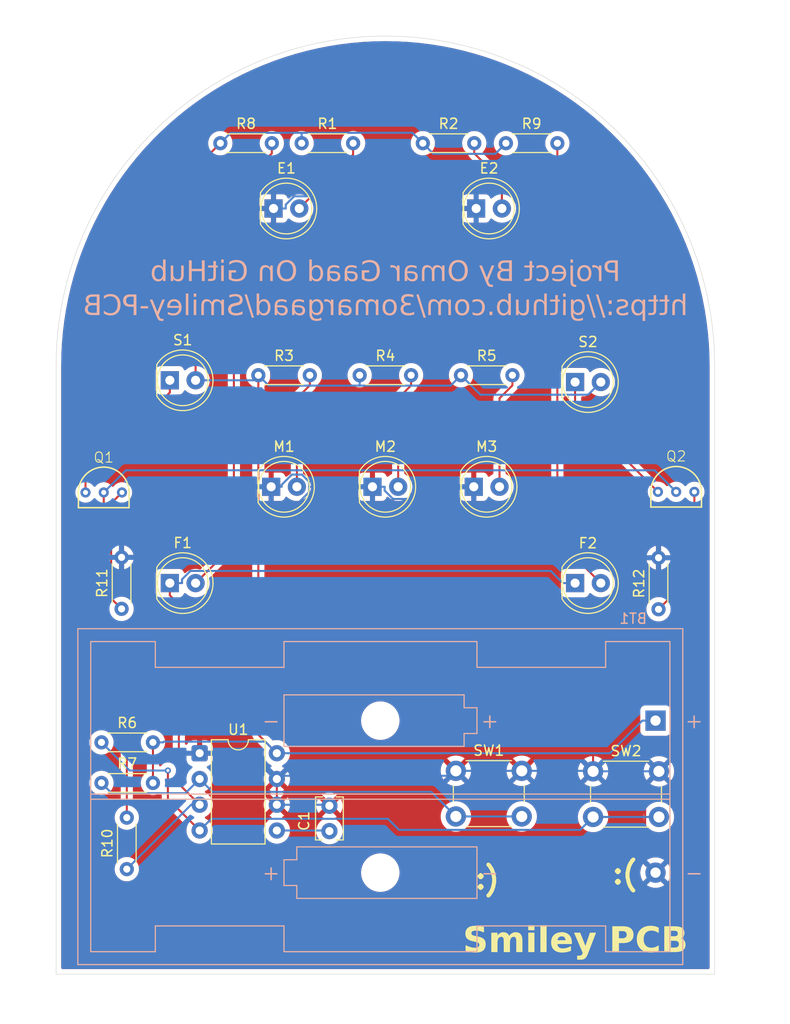
<source format=kicad_pcb>
(kicad_pcb (version 20241229) (generator "pcbnew") (generator_version "9.0")
  (layers (0 "F.Cu" signal) (2 "B.Cu" signal) (13 "F.Paste" user) (15 "B.Paste" user) (5 "F.SilkS" user "F.Silkscreen") (7 "B.SilkS" user "B.Silkscreen") (1 "F.Mask" user) (3 "B.Mask" user) (25 "Edge.Cuts" user))
  (net 0 "")
  (net 1 "/VCC")
  (net 2 "/GND")
  (net 3 "Net-(U1-CV)")
  (net 4 "Net-(E1-A)")
  (net 5 "Net-(E2-A)")
  (net 6 "Net-(F1-A)")
  (net 7 "/Q")
  (net 8 "Net-(F2-A)")
  (net 9 "Net-(M1-A)")
  (net 10 "Net-(M2-A)")
  (net 11 "Net-(M3-A)")
  (net 12 "Net-(Q1-E)")
  (net 13 "Net-(Q1-C)")
  (net 14 "/¬Q")
  (net 15 "Net-(Q2-C)")
  (net 16 "Net-(Q2-E)")
  (net 17 "/RESET")
  (net 18 "/SET")
  (footprint "Resistor_THT:R_Axial_DIN0204_L3.6mm_D1.6mm_P5.08mm_Horizontal" (layer "F.Cu") (at 117.0156 120.2047)
    (property "Reference" "R7" (at 2.54 -1.92 0) (layer "F.SilkS"))
    (property "Value" "10kΩ")
    (fp_line (start 0.62 -0.92) (end 4.46 -0.92) (stroke (width 0.12)) (layer "F.SilkS"))
    (fp_line (start 0.62 0.92) (end 4.46 0.92) (stroke (width 0.12)) (layer "F.SilkS"))
    (pad "1" thru_hole circle (at 0 0) (size 1.4 1.4) (drill 0.7) (layers "*.Cu" "*.Mask") (net 18 "/SET"))
    (pad "2" thru_hole oval (at 5.08 0) (size 1.4 1.4) (drill 0.7) (layers "*.Cu" "*.Mask") (net 1 "/VCC"))
  )
  (footprint "Resistor_THT:R_Axial_DIN0204_L3.6mm_D1.6mm_P5.08mm_Horizontal" (layer "F.Cu") (at 132.5 80)
    (property "Reference" "R3" (at 2.54 -1.92 0) (layer "F.SilkS"))
    (property "Value" "330Ω")
    (fp_line (start 0.62 -0.92) (end 4.46 -0.92) (stroke (width 0.12)) (layer "F.SilkS"))
    (fp_line (start 0.62 0.92) (end 4.46 0.92) (stroke (width 0.12)) (layer "F.SilkS"))
    (pad "1" thru_hole circle (at 0 0) (size 1.4 1.4) (drill 0.7) (layers "*.Cu" "*.Mask") (net 1 "/VCC"))
    (pad "2" thru_hole oval (at 5.08 0) (size 1.4 1.4) (drill 0.7) (layers "*.Cu" "*.Mask") (net 9 "Net-(M1-A)"))
  )
  (footprint "LED_THT:LED_D5.0mm" (layer "F.Cu") (at 123.765 80.5)
    (property "Reference" "S1" (at 1.27 -3.96 0) (layer "F.SilkS"))
    (property "Value" "LED")
    (fp_line (start -1.29 -1.545) (end -1.29 1.545) (stroke (width 0.12)) (layer "F.SilkS"))
    (fp_arc (start -1.29 -1.54483) (mid 2.071756 -2.880501) (end 4.26 -0.000048) (stroke (width 0.12)) (layer "F.SilkS"))
    (fp_arc (start 4.26 0.000048) (mid 2.071756 2.880501) (end -1.29 1.54483) (stroke (width 0.12)) (layer "F.SilkS"))
    (fp_circle (center 1.27 0) (end 3.77 0) (stroke (width 0.12)) (fill no) (layer "F.SilkS"))
    (pad "1" thru_hole rect (at 0 0) (size 1.8 1.8) (drill 0.9) (layers "*.Cu" "*.Mask") (net 13 "Net-(Q1-C)"))
    (pad "2" thru_hole circle (at 2.54 0) (size 1.8 1.8) (drill 0.9) (layers "*.Cu" "*.Mask") (net 1 "/VCC"))
  )
  (footprint "Resistor_THT:R_Axial_DIN0204_L3.6mm_D1.6mm_P5.08mm_Horizontal" (layer "F.Cu") (at 152.5 80)
    (property "Reference" "R5" (at 2.54 -1.92 0) (layer "F.SilkS"))
    (property "Value" "330Ω")
    (fp_line (start 0.62 -0.92) (end 4.46 -0.92) (stroke (width 0.12)) (layer "F.SilkS"))
    (fp_line (start 0.62 0.92) (end 4.46 0.92) (stroke (width 0.12)) (layer "F.SilkS"))
    (pad "1" thru_hole circle (at 0 0) (size 1.4 1.4) (drill 0.7) (layers "*.Cu" "*.Mask") (net 1 "/VCC"))
    (pad "2" thru_hole oval (at 5.08 0) (size 1.4 1.4) (drill 0.7) (layers "*.Cu" "*.Mask") (net 11 "Net-(M3-A)"))
  )
  (footprint "Capacitor_THT:C_Rect_L4.0mm_W2.5mm_P2.50mm" (layer "F.Cu") (at 139.5156 124.9547 90)
    (property "Reference" "C1" (at 1 -2.5 90) (layer "F.SilkS"))
    (property "Value" "22nF")
    (fp_line (start 3.37 -1.37) (end 3.37 -0.665) (stroke (width 0.12)) (layer "F.SilkS"))
    (fp_line (start -0.87 -1.37) (end 3.37 -1.37) (stroke (width 0.12)) (layer "F.SilkS"))
    (fp_line (start -0.87 -1.37) (end -0.87 -0.665) (stroke (width 0.12)) (layer "F.SilkS"))
    (fp_line (start 3.37 0.665) (end 3.37 1.37) (stroke (width 0.12)) (layer "F.SilkS"))
    (fp_line (start -0.87 0.665) (end -0.87 1.37) (stroke (width 0.12)) (layer "F.SilkS"))
    (fp_line (start -0.87 1.37) (end 3.37 1.37) (stroke (width 0.12)) (layer "F.SilkS"))
    (pad "1" thru_hole circle (at 0 0 90) (size 1.6 1.6) (drill 0.8) (layers "*.Cu" "*.Mask") (net 3 "Net-(U1-CV)"))
    (pad "2" thru_hole circle (at 2.5 0 90) (size 1.6 1.6) (drill 0.8) (layers "*.Cu" "*.Mask") (net 2 "/GND"))
  )
  (footprint "Resistor_THT:R_Axial_DIN0204_L3.6mm_D1.6mm_P5.08mm_Horizontal" (layer "F.Cu") (at 142.5 80)
    (property "Reference" "R4" (at 2.54 -1.92 0) (layer "F.SilkS"))
    (property "Value" "330Ω")
    (fp_line (start 0.62 -0.92) (end 4.46 -0.92) (stroke (width 0.12)) (layer "F.SilkS"))
    (fp_line (start 0.62 0.92) (end 4.46 0.92) (stroke (width 0.12)) (layer "F.SilkS"))
    (pad "1" thru_hole circle (at 0 0) (size 1.4 1.4) (drill 0.7) (layers "*.Cu" "*.Mask") (net 1 "/VCC"))
    (pad "2" thru_hole oval (at 5.08 0) (size 1.4 1.4) (drill 0.7) (layers "*.Cu" "*.Mask") (net 10 "Net-(M2-A)"))
  )
  (footprint "Package_DIP:DIP-8_W7.62mm" (layer "F.Cu") (at 126.7056 117.2747)
    (property "Reference" "U1" (at 3.81 -2.33 0) (layer "F.SilkS"))
    (property "Value" "NE555P")
    (fp_line (start 1.16 -1.33) (end 1.16 8.95) (stroke (width 0.12)) (layer "F.SilkS"))
    (fp_line (start 1.16 8.95) (end 6.46 8.95) (stroke (width 0.12)) (layer "F.SilkS"))
    (fp_line (start 2.81 -1.33) (end 1.16 -1.33) (stroke (width 0.12)) (layer "F.SilkS"))
    (fp_line (start 6.46 -1.33) (end 4.81 -1.33) (stroke (width 0.12)) (layer "F.SilkS"))
    (fp_line (start 6.46 8.95) (end 6.46 -1.33) (stroke (width 0.12)) (layer "F.SilkS"))
    (fp_arc (start 4.81 -1.33) (mid 3.81 -0.33) (end 2.81 -1.33) (stroke (width 0.12)) (layer "F.SilkS"))
    (pad "1" thru_hole roundrect (at 0 0) (size 1.6 1.6) (drill 0.8) (layers "*.Cu" "*.Mask") (roundrect_rratio 0.15625) (net 2 "/GND"))
    (pad "2" thru_hole circle (at 0 2.54) (size 1.6 1.6) (drill 0.8) (layers "*.Cu" "*.Mask") (net 18 "/SET"))
    (pad "3" thru_hole circle (at 0 5.08) (size 1.6 1.6) (drill 0.8) (layers "*.Cu" "*.Mask") (net 7 "/Q"))
    (pad "4" thru_hole circle (at 0 7.62) (size 1.6 1.6) (drill 0.8) (layers "*.Cu" "*.Mask") (net 17 "/RESET"))
    (pad "5" thru_hole circle (at 7.62 7.62) (size 1.6 1.6) (drill 0.8) (layers "*.Cu" "*.Mask") (net 3 "Net-(U1-CV)"))
    (pad "6" thru_hole circle (at 7.62 5.08) (size 1.6 1.6) (drill 0.8) (layers "*.Cu" "*.Mask") (net 2 "/GND"))
    (pad "7" thru_hole circle (at 7.62 2.54) (size 1.6 1.6) (drill 0.8) (layers "*.Cu" "*.Mask") (net 2 "/GND"))
    (pad "8" thru_hole circle (at 7.62 0) (size 1.6 1.6) (drill 0.8) (layers "*.Cu" "*.Mask") (net 1 "/VCC"))
  )
  (footprint "LED_THT:LED_D5.0mm" (layer "F.Cu") (at 123.765 100.5)
    (property "Reference" "F1" (at 1.27 -3.96 0) (layer "F.SilkS"))
    (property "Value" "LED")
    (fp_line (start -1.29 -1.545) (end -1.29 1.545) (stroke (width 0.12)) (layer "F.SilkS"))
    (fp_arc (start -1.29 -1.54483) (mid 2.071756 -2.880501) (end 4.26 -0.000048) (stroke (width 0.12)) (layer "F.SilkS"))
    (fp_arc (start 4.26 0.000048) (mid 2.071756 2.880501) (end -1.29 1.54483) (stroke (width 0.12)) (layer "F.SilkS"))
    (fp_circle (center 1.27 0) (end 3.77 0) (stroke (width 0.12)) (fill no) (layer "F.SilkS"))
    (pad "1" thru_hole rect (at 0 0) (size 1.8 1.8) (drill 0.9) (layers "*.Cu" "*.Mask") (net 7 "/Q"))
    (pad "2" thru_hole circle (at 2.54 0) (size 1.8 1.8) (drill 0.9) (layers "*.Cu" "*.Mask") (net 6 "Net-(F1-A)"))
  )
  (footprint "LED_THT:LED_D5.0mm" (layer "F.Cu") (at 163.765 80.675)
    (property "Reference" "S2" (at 1.27 -3.96 0) (layer "F.SilkS"))
    (property "Value" "LED")
    (fp_line (start -1.29 -1.545) (end -1.29 1.545) (stroke (width 0.12)) (layer "F.SilkS"))
    (fp_arc (start -1.29 -1.54483) (mid 2.071756 -2.880501) (end 4.26 -0.000048) (stroke (width 0.12)) (layer "F.SilkS"))
    (fp_arc (start 4.26 0.000048) (mid 2.071756 2.880501) (end -1.29 1.54483) (stroke (width 0.12)) (layer "F.SilkS"))
    (fp_circle (center 1.27 0) (end 3.77 0) (stroke (width 0.12)) (fill no) (layer "F.SilkS"))
    (pad "1" thru_hole rect (at 0 0) (size 1.8 1.8) (drill 0.9) (layers "*.Cu" "*.Mask") (net 15 "Net-(Q2-C)"))
    (pad "2" thru_hole circle (at 2.54 0) (size 1.8 1.8) (drill 0.9) (layers "*.Cu" "*.Mask") (net 1 "/VCC"))
  )
  (footprint "LED_THT:LED_D5.0mm" (layer "F.Cu") (at 134 63.5603)
    (property "Reference" "E1" (at 1.27 -3.96 0) (layer "F.SilkS"))
    (property "Value" "LED")
    (fp_line (start -1.29 -1.545) (end -1.29 1.545) (stroke (width 0.12)) (layer "F.SilkS"))
    (fp_arc (start -1.29 -1.54483) (mid 2.071756 -2.880501) (end 4.26 -0.000048) (stroke (width 0.12)) (layer "F.SilkS"))
    (fp_arc (start 4.26 0.000048) (mid 2.071756 2.880501) (end -1.29 1.54483) (stroke (width 0.12)) (layer "F.SilkS"))
    (fp_circle (center 1.27 0) (end 3.77 0) (stroke (width 0.12)) (fill no) (layer "F.SilkS"))
    (pad "1" thru_hole rect (at 0 0) (size 1.8 1.8) (drill 0.9) (layers "*.Cu" "*.Mask") (net 2 "/GND"))
    (pad "2" thru_hole circle (at 2.54 0) (size 1.8 1.8) (drill 0.9) (layers "*.Cu" "*.Mask") (net 4 "Net-(E1-A)"))
  )
  (footprint "Resistor_THT:R_Axial_DIN0204_L3.6mm_D1.6mm_P5.08mm_Horizontal" (layer "F.Cu") (at 119 103.04 90)
    (property "Reference" "R11" (at 2.54 -1.92 90) (layer "F.SilkS"))
    (property "Value" "330Ω")
    (fp_line (start 0.62 -0.92) (end 4.46 -0.92) (stroke (width 0.12)) (layer "F.SilkS"))
    (fp_line (start 0.62 0.92) (end 4.46 0.92) (stroke (width 0.12)) (layer "F.SilkS"))
    (pad "1" thru_hole circle (at 0 0 90) (size 1.4 1.4) (drill 0.7) (layers "*.Cu" "*.Mask") (net 12 "Net-(Q1-E)"))
    (pad "2" thru_hole oval (at 5.08 0 90) (size 1.4 1.4) (drill 0.7) (layers "*.Cu" "*.Mask") (net 2 "/GND"))
  )
  (footprint "LED_THT:LED_D5.0mm" (layer "F.Cu") (at 154 63.5603)
    (property "Reference" "E2" (at 1.27 -3.96 0) (layer "F.SilkS"))
    (property "Value" "LED")
    (fp_line (start -1.29 -1.545) (end -1.29 1.545) (stroke (width 0.12)) (layer "F.SilkS"))
    (fp_arc (start -1.29 -1.54483) (mid 2.071756 -2.880501) (end 4.26 -0.000048) (stroke (width 0.12)) (layer "F.SilkS"))
    (fp_arc (start 4.26 0.000048) (mid 2.071756 2.880501) (end -1.29 1.54483) (stroke (width 0.12)) (layer "F.SilkS"))
    (fp_circle (center 1.27 0) (end 3.77 0) (stroke (width 0.12)) (fill no) (layer "F.SilkS"))
    (pad "1" thru_hole rect (at 0 0) (size 1.8 1.8) (drill 0.9) (layers "*.Cu" "*.Mask") (net 2 "/GND"))
    (pad "2" thru_hole circle (at 2.54 0) (size 1.8 1.8) (drill 0.9) (layers "*.Cu" "*.Mask") (net 5 "Net-(E2-A)"))
  )
  (footprint "Resistor_THT:R_Axial_DIN0204_L3.6mm_D1.6mm_P5.08mm_Horizontal" (layer "F.Cu") (at 156.935 57.1206)
    (property "Reference" "R9" (at 2.54 -1.92 0) (layer "F.SilkS"))
    (property "Value" "330Ω")
    (fp_line (start 0.62 -0.92) (end 4.46 -0.92) (stroke (width 0.12)) (layer "F.SilkS"))
    (fp_line (start 0.62 0.92) (end 4.46 0.92) (stroke (width 0.12)) (layer "F.SilkS"))
    (pad "1" thru_hole circle (at 0 0) (size 1.4 1.4) (drill 0.7) (layers "*.Cu" "*.Mask") (net 1 "/VCC"))
    (pad "2" thru_hole oval (at 5.08 0) (size 1.4 1.4) (drill 0.7) (layers "*.Cu" "*.Mask") (net 8 "Net-(F2-A)"))
  )
  (footprint "Resistor_THT:R_Axial_DIN0204_L3.6mm_D1.6mm_P5.08mm_Horizontal" (layer "F.Cu") (at 128.75 57.1206)
    (property "Reference" "R8" (at 2.54 -1.92 0) (layer "F.SilkS"))
    (property "Value" "330Ω")
    (fp_line (start 0.62 -0.92) (end 4.46 -0.92) (stroke (width 0.12)) (layer "F.SilkS"))
    (fp_line (start 0.62 0.92) (end 4.46 0.92) (stroke (width 0.12)) (layer "F.SilkS"))
    (pad "1" thru_hole circle (at 0 0) (size 1.4 1.4) (drill 0.7) (layers "*.Cu" "*.Mask") (net 1 "/VCC"))
    (pad "2" thru_hole oval (at 5.08 0) (size 1.4 1.4) (drill 0.7) (layers "*.Cu" "*.Mask") (net 6 "Net-(F1-A)"))
  )
  (footprint "Resistor_THT:R_Axial_DIN0204_L3.6mm_D1.6mm_P5.08mm_Horizontal" (layer "F.Cu") (at 172 103.08 90)
    (property "Reference" "R12" (at 2.54 -1.92 90) (layer "F.SilkS"))
    (property "Value" "330Ω")
    (fp_line (start 0.62 -0.92) (end 4.46 -0.92) (stroke (width 0.12)) (layer "F.SilkS"))
    (fp_line (start 0.62 0.92) (end 4.46 0.92) (stroke (width 0.12)) (layer "F.SilkS"))
    (pad "1" thru_hole circle (at 0 0 90) (size 1.4 1.4) (drill 0.7) (layers "*.Cu" "*.Mask") (net 16 "Net-(Q2-E)"))
    (pad "2" thru_hole oval (at 5.08 0 90) (size 1.4 1.4) (drill 0.7) (layers "*.Cu" "*.Mask") (net 2 "/GND"))
  )
  (footprint "Resistor_THT:R_Axial_DIN0204_L3.6mm_D1.6mm_P5.08mm_Horizontal" (layer "F.Cu") (at 117.0156 116.2047)
    (property "Reference" "R6" (at 2.54 -1.92 0) (layer "F.SilkS"))
    (property "Value" "10kΩ")
    (fp_line (start 0.62 -0.92) (end 4.46 -0.92) (stroke (width 0.12)) (layer "F.SilkS"))
    (fp_line (start 0.62 0.92) (end 4.46 0.92) (stroke (width 0.12)) (layer "F.SilkS"))
    (pad "1" thru_hole circle (at 0 0) (size 1.4 1.4) (drill 0.7) (layers "*.Cu" "*.Mask") (net 17 "/RESET"))
    (pad "2" thru_hole oval (at 5.08 0) (size 1.4 1.4) (drill 0.7) (layers "*.Cu" "*.Mask") (net 1 "/VCC"))
  )
  (footprint "Resistor_THT:R_Axial_DIN0204_L3.6mm_D1.6mm_P5.08mm_Horizontal" (layer "F.Cu") (at 136.775 57.1206)
    (property "Reference" "R1" (at 2.54 -1.92 0) (layer "F.SilkS"))
    (property "Value" "330Ω")
    (fp_line (start 0.62 -0.92) (end 4.46 -0.92) (stroke (width 0.12)) (layer "F.SilkS"))
    (fp_line (start 0.62 0.92) (end 4.46 0.92) (stroke (width 0.12)) (layer "F.SilkS"))
    (pad "1" thru_hole circle (at 0 0) (size 1.4 1.4) (drill 0.7) (layers "*.Cu" "*.Mask") (net 1 "/VCC"))
    (pad "2" thru_hole oval (at 5.08 0) (size 1.4 1.4) (drill 0.7) (layers "*.Cu" "*.Mask") (net 4 "Net-(E1-A)"))
  )
  (footprint "LED_THT:LED_D5.0mm" (layer "F.Cu") (at 143.765 91)
    (property "Reference" "M2" (at 1.27 -3.96 0) (layer "F.SilkS"))
    (property "Value" "LED")
    (fp_line (start -1.29 -1.545) (end -1.29 1.545) (stroke (width 0.12)) (layer "F.SilkS"))
    (fp_arc (start -1.29 -1.54483) (mid 2.071756 -2.880501) (end 4.26 -0.000048) (stroke (width 0.12)) (layer "F.SilkS"))
    (fp_arc (start 4.26 0.000048) (mid 2.071756 2.880501) (end -1.29 1.54483) (stroke (width 0.12)) (layer "F.SilkS"))
    (fp_circle (center 1.27 0) (end 3.77 0) (stroke (width 0.12)) (fill no) (layer "F.SilkS"))
    (pad "1" thru_hole rect (at 0 0) (size 1.8 1.8) (drill 0.9) (layers "*.Cu" "*.Mask") (net 2 "/GND"))
    (pad "2" thru_hole circle (at 2.54 0) (size 1.8 1.8) (drill 0.9) (layers "*.Cu" "*.Mask") (net 10 "Net-(M2-A)"))
  )
  (footprint "Resistor_THT:R_Axial_DIN0204_L3.6mm_D1.6mm_P5.08mm_Horizontal" (layer "F.Cu") (at 119.5156 128.7047 90)
    (property "Reference" "R10" (at 2.54 -1.92 90) (layer "F.SilkS"))
    (property "Value" "1kΩ")
    (fp_line (start 0.62 -0.92) (end 4.46 -0.92) (stroke (width 0.12)) (layer "F.SilkS"))
    (fp_line (start 0.62 0.92) (end 4.46 0.92) (stroke (width 0.12)) (layer "F.SilkS"))
    (pad "1" thru_hole circle (at 0 0 90) (size 1.4 1.4) (drill 0.7) (layers "*.Cu" "*.Mask") (net 7 "/Q"))
    (pad "2" thru_hole oval (at 5.08 0 90) (size 1.4 1.4) (drill 0.7) (layers "*.Cu" "*.Mask") (net 14 "/¬Q"))
  )
  (footprint "Transistor_THT:Transistor_2N2222_A331" (layer "F.Cu") (at 173.74 91.5)
    (property "Reference" "Q2" (at 0 -3.5 0) (layer "F.SilkS") (effects (font (thickness 0.1))))
    (property "Value" "NPN")
    (fp_line (start -2.5 0) (end -2.5 1.5) (stroke (width 0.15)) (layer "F.SilkS"))
    (fp_line (start -2.5 1.5) (end 2.5 1.5) (stroke (width 0.15)) (layer "F.SilkS"))
    (fp_line (start 2.5 1.5) (end 2.5 0) (stroke (width 0.15)) (layer "F.SilkS"))
    (fp_arc (start -2.5 0) (mid 0 -2.5) (end 2.5 0) (stroke (width 0.15)) (layer "F.SilkS"))
    (pad "1" thru_hole custom (at -1.8 0) (size 1 1) (drill 0.5) (layers "*.Cu" "*.Mask") (net 15 "Net-(Q2-C)") (options (clearance outline) (anchor circle)) (primitives))
    (pad "2" thru_hole custom (at 0 0) (size 1 1) (drill 0.5) (layers "*.Cu" "*.Mask") (net 14 "/¬Q") (options (clearance outline) (anchor circle)) (primitives))
    (pad "3" thru_hole custom (at 1.8 0) (size 1 1) (drill 0.5) (layers "*.Cu" "*.Mask") (net 16 "Net-(Q2-E)") (options (clearance outline) (anchor circle)) (primitives))
  )
  (footprint "Button_Switch_THT:SW_PUSH_6mm" (layer "F.Cu") (at 165.54 119.0603)
    (property "Reference" "SW2" (at 3.25 -2 0) (layer "F.SilkS"))
    (property "Value" "RESET")
    (fp_line (start -0.25 1.5) (end -0.25 3) (stroke (width 0.12)) (layer "F.SilkS"))
    (fp_line (start 1 5.5) (end 5.5 5.5) (stroke (width 0.12)) (layer "F.SilkS"))
    (fp_line (start 5.5 -1) (end 1 -1) (stroke (width 0.12)) (layer "F.SilkS"))
    (fp_line (start 6.75 3) (end 6.75 1.5) (stroke (width 0.12)) (layer "F.SilkS"))
    (pad "1" thru_hole circle (at 0 0 90) (size 2 2) (drill 1.1) (layers "*.Cu" "*.Mask") (net 2 "/GND"))
    (pad "1" thru_hole circle (at 6.5 0 90) (size 2 2) (drill 1.1) (layers "*.Cu" "*.Mask") (net 2 "/GND"))
    (pad "2" thru_hole circle (at 0 4.5 90) (size 2 2) (drill 1.1) (layers "*.Cu" "*.Mask") (net 17 "/RESET"))
    (pad "2" thru_hole circle (at 6.5 4.5 90) (size 2 2) (drill 1.1) (layers "*.Cu" "*.Mask") (net 17 "/RESET"))
  )
  (footprint "Transistor_THT:Transistor_2N2222_A331" (layer "F.Cu") (at 117.24 91.5603)
    (property "Reference" "Q1" (at 0 -3.45 0) (layer "F.SilkS") (effects (font (thickness 0.1))))
    (property "Value" "NPN")
    (fp_line (start -2.5 0) (end -2.5 1.5) (stroke (width 0.15)) (layer "F.SilkS"))
    (fp_line (start -2.5 1.5) (end 2.5 1.5) (stroke (width 0.15)) (layer "F.SilkS"))
    (fp_line (start 2.5 1.5) (end 2.5 0) (stroke (width 0.15)) (layer "F.SilkS"))
    (fp_arc (start -2.5 0) (mid 0 -2.5) (end 2.5 0) (stroke (width 0.15)) (layer "F.SilkS"))
    (pad "1" thru_hole custom (at -1.8 0) (size 1 1) (drill 0.5) (layers "*.Cu" "*.Mask") (net 13 "Net-(Q1-C)") (options (clearance outline) (anchor circle)) (primitives))
    (pad "2" thru_hole custom (at 0 0) (size 1 1) (drill 0.5) (layers "*.Cu" "*.Mask") (net 14 "/¬Q") (options (clearance outline) (anchor circle)) (primitives))
    (pad "3" thru_hole custom (at 1.8 0) (size 1 1) (drill 0.5) (layers "*.Cu" "*.Mask") (net 12 "Net-(Q1-E)") (options (clearance outline) (anchor circle)) (primitives))
  )
  (footprint "Button_Switch_THT:SW_PUSH_6mm" (layer "F.Cu") (at 151.9972 119.0103)
    (property "Reference" "SW1" (at 3.25 -2 0) (layer "F.SilkS"))
    (property "Value" "SET")
    (fp_line (start -0.25 1.5) (end -0.25 3) (stroke (width 0.12)) (layer "F.SilkS"))
    (fp_line (start 1 5.5) (end 5.5 5.5) (stroke (width 0.12)) (layer "F.SilkS"))
    (fp_line (start 5.5 -1) (end 1 -1) (stroke (width 0.12)) (layer "F.SilkS"))
    (fp_line (start 6.75 3) (end 6.75 1.5) (stroke (width 0.12)) (layer "F.SilkS"))
    (pad "1" thru_hole circle (at 0 0 90) (size 2 2) (drill 1.1) (layers "*.Cu" "*.Mask") (net 2 "/GND"))
    (pad "1" thru_hole circle (at 6.5 0 90) (size 2 2) (drill 1.1) (layers "*.Cu" "*.Mask") (net 2 "/GND"))
    (pad "2" thru_hole circle (at 0 4.5 90) (size 2 2) (drill 1.1) (layers "*.Cu" "*.Mask") (net 18 "/SET"))
    (pad "2" thru_hole circle (at 6.5 4.5 90) (size 2 2) (drill 1.1) (layers "*.Cu" "*.Mask") (net 18 "/SET"))
  )
  (footprint "LED_THT:LED_D5.0mm" (layer "F.Cu") (at 163.765 100.5)
    (property "Reference" "F2" (at 1.2636 -3.9397 0) (layer "F.SilkS"))
    (property "Value" "LED")
    (fp_line (start -1.29 -1.545) (end -1.29 1.545) (stroke (width 0.12)) (layer "F.SilkS"))
    (fp_arc (start -1.29 -1.54483) (mid 2.071756 -2.880501) (end 4.26 -0.000048) (stroke (width 0.12)) (layer "F.SilkS"))
    (fp_arc (start 4.26 0.000048) (mid 2.071756 2.880501) (end -1.29 1.54483) (stroke (width 0.12)) (layer "F.SilkS"))
    (fp_circle (center 1.27 0) (end 3.77 0) (stroke (width 0.12)) (fill no) (layer "F.SilkS"))
    (pad "1" thru_hole rect (at 0 0) (size 1.8 1.8) (drill 0.9) (layers "*.Cu" "*.Mask") (net 7 "/Q"))
    (pad "2" thru_hole circle (at 2.54 0) (size 1.8 1.8) (drill 0.9) (layers "*.Cu" "*.Mask") (net 8 "Net-(F2-A)"))
  )
  (footprint "Resistor_THT:R_Axial_DIN0204_L3.6mm_D1.6mm_P5.08mm_Horizontal" (layer "F.Cu") (at 148.735 57.1206)
    (property "Reference" "R2" (at 2.54 -1.92 0) (layer "F.SilkS"))
    (property "Value" "330Ω")
    (fp_line (start 0.62 -0.92) (end 4.46 -0.92) (stroke (width 0.12)) (layer "F.SilkS"))
    (fp_line (start 0.62 0.92) (end 4.46 0.92) (stroke (width 0.12)) (layer "F.SilkS"))
    (pad "1" thru_hole circle (at 0 0) (size 1.4 1.4) (drill 0.7) (layers "*.Cu" "*.Mask") (net 1 "/VCC"))
    (pad "2" thru_hole oval (at 5.08 0) (size 1.4 1.4) (drill 0.7) (layers "*.Cu" "*.Mask") (net 5 "Net-(E2-A)"))
  )
  (footprint "LED_THT:LED_D5.0mm" (layer "F.Cu") (at 153.765 91)
    (property "Reference" "M3" (at 1.27 -3.96 0) (layer "F.SilkS"))
    (property "Value" "LED")
    (fp_line (start -1.29 -1.545) (end -1.29 1.545) (stroke (width 0.12)) (layer "F.SilkS"))
    (fp_arc (start -1.29 -1.54483) (mid 2.071756 -2.880501) (end 4.26 -0.000048) (stroke (width 0.12)) (layer "F.SilkS"))
    (fp_arc (start 4.26 0.000048) (mid 2.071756 2.880501) (end -1.29 1.54483) (stroke (width 0.12)) (layer "F.SilkS"))
    (fp_circle (center 1.27 0) (end 3.77 0) (stroke (width 0.12)) (fill no) (layer "F.SilkS"))
    (pad "1" thru_hole rect (at 0 0) (size 1.8 1.8) (drill 0.9) (layers "*.Cu" "*.Mask") (net 2 "/GND"))
    (pad "2" thru_hole circle (at 2.54 0) (size 1.8 1.8) (drill 0.9) (layers "*.Cu" "*.Mask") (net 11 "Net-(M3-A)"))
  )
  (footprint "LED_THT:LED_D5.0mm" (layer "F.Cu") (at 133.765 91)
    (property "Reference" "M1" (at 1.27 -3.96 0) (layer "F.SilkS"))
    (property "Value" "LED")
    (fp_line (start -1.29 -1.545) (end -1.29 1.545) (stroke (width 0.12)) (layer "F.SilkS"))
    (fp_arc (start -1.29 -1.54483) (mid 2.071756 -2.880501) (end 4.26 -0.000048) (stroke (width 0.12)) (layer "F.SilkS"))
    (fp_arc (start 4.26 0.000048) (mid 2.071756 2.880501) (end -1.29 1.54483) (stroke (width 0.12)) (layer "F.SilkS"))
    (fp_circle (center 1.27 0) (end 3.77 0) (stroke (width 0.12)) (fill no) (layer "F.SilkS"))
    (pad "1" thru_hole rect (at 0 0) (size 1.8 1.8) (drill 0.9) (layers "*.Cu" "*.Mask") (net 2 "/GND"))
    (pad "2" thru_hole circle (at 2.54 0) (size 1.8 1.8) (drill 0.9) (layers "*.Cu" "*.Mask") (net 9 "Net-(M1-A)"))
  )
  (footprint "Battery:BatteryHolder_Keystone_2462_2xAA" (layer "B.Cu") (at 171.705 114.0603 180)
    (property "Reference" "BT1" (at 2.205 10.0603 0) (layer "B.SilkS") (effects (justify mirror)))
    (property "Value" "Battery")
    (fp_line (start 57.02 9.065) (end -2.69 9.065) (stroke (width 0.12)) (layer "B.SilkS"))
    (fp_line (start 57.02 -24.055) (end 57.02 9.065) (stroke (width 0.12)) (layer "B.SilkS"))
    (fp_line (start 55.75 7.795) (end 55.75 -22.785) (stroke (width 0.12)) (layer "B.SilkS"))
    (fp_line (start 55.75 7.795) (end 49.375 7.795) (stroke (width 0.12)) (layer "B.SilkS"))
    (fp_line (start 55.75 -7.749) (end -1.42 -7.749) (stroke (width 0.12)) (layer "B.SilkS"))
    (fp_line (start 55.75 -22.785) (end 49.375 -22.785) (stroke (width 0.12)) (layer "B.SilkS"))
    (fp_line (start 49.375 7.795) (end 49.375 5.255) (stroke (width 0.12)) (layer "B.SilkS"))
    (fp_line (start 49.375 5.255) (end 36.675 5.255) (stroke (width 0.12)) (layer "B.SilkS"))
    (fp_line (start 49.375 -20.245) (end 36.675 -20.245) (stroke (width 0.12)) (layer "B.SilkS"))
    (fp_line (start 49.375 -22.785) (end 49.375 -20.245) (stroke (width 0.12)) (layer "B.SilkS"))
    (fp_line (start 36.675 7.795) (end 17.625 7.795) (stroke (width 0.12)) (layer "B.SilkS"))
    (fp_line (start 36.675 5.255) (end 36.675 7.795) (stroke (width 0.12)) (layer "B.SilkS"))
    (fp_line (start 36.675 2.54) (end 36.675 1.27) (stroke (width 0.12)) (layer "B.SilkS"))
    (fp_line (start 36.675 1.27) (end 36.675 -2.54) (stroke (width 0.12)) (layer "B.SilkS"))
    (fp_line (start 36.675 -2.54) (end 18.895 -2.54) (stroke (width 0.12)) (layer "B.SilkS"))
    (fp_line (start 36.675 -13.72) (end 36.675 -16.26) (stroke (width 0.12)) (layer "B.SilkS"))
    (fp_line (start 36.675 -16.26) (end 35.405 -16.26) (stroke (width 0.12)) (layer "B.SilkS"))
    (fp_line (start 36.675 -22.785) (end 36.675 -20.245) (stroke (width 0.12)) (layer "B.SilkS"))
    (fp_line (start 35.405 -12.45) (end 35.405 -13.72) (stroke (width 0.12)) (layer "B.SilkS"))
    (fp_line (start 35.405 -13.72) (end 36.675 -13.72) (stroke (width 0.12)) (layer "B.SilkS"))
    (fp_line (start 35.405 -16.26) (end 35.405 -17.53) (stroke (width 0.12)) (layer "B.SilkS"))
    (fp_line (start 35.405 -17.53) (end 17.625 -17.53) (stroke (width 0.12)) (layer "B.SilkS"))
    (fp_line (start 18.895 2.54) (end 36.675 2.54) (stroke (width 0.12)) (layer "B.SilkS"))
    (fp_line (start 18.895 1.27) (end 18.895 2.54) (stroke (width 0.12)) (layer "B.SilkS"))
    (fp_line (start 18.895 -1.27) (end 17.625 -1.27) (stroke (width 0.12)) (layer "B.SilkS"))
    (fp_line (start 18.895 -2.54) (end 18.895 -1.27) (stroke (width 0.12)) (layer "B.SilkS"))
    (fp_line (start 17.625 7.795) (end 17.625 5.255) (stroke (width 0.12)) (layer "B.SilkS"))
    (fp_line (start 17.625 1.27) (end 18.895 1.27) (stroke (width 0.12)) (layer "B.SilkS"))
    (fp_line (start 17.625 -1.27) (end 17.625 1.27) (stroke (width 0.12)) (layer "B.SilkS"))
    (fp_line (start 17.625 -12.45) (end 35.405 -12.45) (stroke (width 0.12)) (layer "B.SilkS"))
    (fp_line (start 17.625 -17.53) (end 17.625 -12.45) (stroke (width 0.12)) (layer "B.SilkS"))
    (fp_line (start 17.625 -20.245) (end 17.625 -22.785) (stroke (width 0.12)) (layer "B.SilkS"))
    (fp_line (start 17.625 -22.785) (end 36.675 -22.785) (stroke (width 0.12)) (layer "B.SilkS"))
    (fp_line (start 4.925 7.795) (end -1.42 7.795) (stroke (width 0.12)) (layer "B.SilkS"))
    (fp_line (start 4.925 5.255) (end 17.625 5.255) (stroke (width 0.12)) (layer "B.SilkS"))
    (fp_line (start 4.925 5.255) (end 4.925 7.795) (stroke (width 0.12)) (layer "B.SilkS"))
    (fp_line (start 4.925 -20.245) (end 17.625 -20.245) (stroke (width 0.12)) (layer "B.SilkS"))
    (fp_line (start 4.925 -22.785) (end 4.925 -20.245) (stroke (width 0.12)) (layer "B.SilkS"))
    (fp_line (start -1.42 7.795) (end -1.42 -22.785) (stroke (width 0.12)) (layer "B.SilkS"))
    (fp_line (start -1.42 -7.241) (end 55.75 -7.241) (stroke (width 0.12)) (layer "B.SilkS"))
    (fp_line (start -1.42 -22.785) (end 4.925 -22.785) (stroke (width 0.12)) (layer "B.SilkS"))
    (fp_line (start -2.69 9.065) (end -2.69 -24.055) (stroke (width 0.12)) (layer "B.SilkS"))
    (fp_line (start -2.69 -24.055) (end 57.02 -24.055) (stroke (width 0.12)) (layer "B.SilkS"))
    (fp_text user "-" (at -3.81 -14.99 0) (layer "B.SilkS") (effects (font (size 1.5 1.5)) (justify mirror)))
    (fp_text user "+" (at 16.355 0 0) (layer "B.SilkS") (effects (font (size 1.5 1.5)) (justify mirror)))
    (fp_text user "-" (at 37.945 0 0) (layer "B.SilkS") (effects (font (size 1.5 1.5)) (justify mirror)))
    (fp_text user "-" (at 16.355 -14.99 0) (layer "B.SilkS") (effects (font (size 1.5 1.5)) (justify mirror)))
    (fp_text user "+" (at 37.945 -14.99 0) (layer "B.SilkS") (effects (font (size 1.5 1.5)) (justify mirror)))
    (fp_text user "+" (at -3.81 0 0) (layer "B.SilkS") (effects (font (size 1.5 1.5)) (justify mirror)))
    (pad "" np_thru_hole circle (at 27.165 -14.99 180) (size 3.3 3.3) (drill 3.3) (layers "*.Cu" "*.Mask"))
    (pad "" np_thru_hole circle (at 27.165 0 180) (size 3.3 3.3) (drill 3.3) (layers "*.Cu" "*.Mask"))
    (pad "1" thru_hole rect (at 0 0 180) (size 2 2) (drill 1.02) (layers "*.Cu" "*.Mask") (net 1 "/VCC"))
    (pad "2" thru_hole circle (at 0 -14.99 180) (size 2 2) (drill 1.02) (layers "*.Cu" "*.Mask") (net 2 "/GND"))
  )
  (gr_line (start 177.54 139.0603) (end 177.54 79.0603) (stroke (width 0.05)) (layer "Edge.Cuts"))
  (gr_arc (start 112.54 79.0603) (mid 145.04 46.5603) (end 177.54 79.0603) (stroke (width 0.05)) (layer "Edge.Cuts"))
  (gr_line (start 112.54 139.0603) (end 177.54 139.0603) (stroke (width 0.05)) (layer "Edge.Cuts"))
  (gr_line (start 112.54 79.0603) (end 112.54 139.0603) (stroke (width 0.05)) (layer "Edge.Cuts"))
  (gr_text ":)" (at 153.70431 130.8103 0) (layer "F.SilkS") (effects (font (size 2 2) (thickness 0.4) (bold yes)) (justify left bottom)))
  (gr_text ":(" (at 167.247167 130.3103 0) (layer "F.SilkS") (effects (font (size 2 2) (thickness 0.4) (bold yes)) (justify left bottom)))
  (gr_text "Smiley PCB" (at 152.6805 137.3103 0) (layer "F.SilkS") (effects (font (size 2.5 2.5) (thickness 0.4) (bold yes)) (justify left bottom)))
  (gr_text "Project By Omar Gaad On GitHub\nhttps://github.com/3omargaad/Smiley-PCB" (at 145.04 71.5603 0) (layer "B.SilkS") (effects (font (size 2 2) (thickness 0.1)) (justify mirror)))
  (segment (start 132.5 115.4491) (end 134.3256 117.2747) (width 0.2) (layer "F.Cu") (net 1))
  (segment (start 122.0956 116.2047) (end 122.0956 120.2047) (width 0.2) (layer "F.Cu") (net 1))
  (segment (start 132.5 80) (end 132.5 115.4491) (width 0.2) (layer "F.Cu") (net 1))
  (segment (start 128.75 57.1206) (end 126.305 59.5656) (width 0.2) (layer "F.Cu") (net 1))
  (segment (start 126.305 59.5656) (end 126.305 80.5) (width 0.2) (layer "F.Cu") (net 1))
  (segment (start 133.5265 81.0265) (end 132.5 80) (width 0.2) (layer "B.Cu") (net 1))
  (segment (start 123.1718 116.1302) (end 133.1811 116.1302) (width 0.2) (layer "B.Cu") (net 1))
  (segment (start 129.7752 56.0954) (end 136.775 56.0954) (width 0.2) (layer "B.Cu") (net 1))
  (segment (start 133.1811 116.1302) (end 134.3256 117.2747) (width 0.2) (layer "B.Cu") (net 1))
  (segment (start 165.0579 81.9221) (end 154.4221 81.9221) (width 0.2) (layer "B.Cu") (net 1))
  (segment (start 167.1889 117.2747) (end 134.3256 117.2747) (width 0.2) (layer "B.Cu") (net 1))
  (segment (start 136.775 56.0954) (end 147.7098 56.0954) (width 0.2) (layer "B.Cu") (net 1))
  (segment (start 123.0973 116.2047) (end 123.1718 116.1302) (width 0.2) (layer "B.Cu") (net 1))
  (segment (start 122.0956 116.2047) (end 123.0973 116.2047) (width 0.2) (layer "B.Cu") (net 1))
  (segment (start 142.5 80) (end 142.5 81.0265) (width 0.2) (layer "B.Cu") (net 1))
  (segment (start 126.305 80.5) (end 132 80.5) (width 0.2) (layer "B.Cu") (net 1))
  (segment (start 166.305 80.675) (end 165.0579 81.9221) (width 0.2) (layer "B.Cu") (net 1))
  (segment (start 149.7854 58.171) (end 155.8846 58.171) (width 0.2) (layer "B.Cu") (net 1))
  (segment (start 155.8846 58.171) (end 156.935 57.1206) (width 0.2) (layer "B.Cu") (net 1))
  (segment (start 132 80.5) (end 132.5 80) (width 0.2) (layer "B.Cu") (net 1))
  (segment (start 152.5 80) (end 151.4735 81.0265) (width 0.2) (layer "B.Cu") (net 1))
  (segment (start 171.705 114.0603) (end 170.4033 114.0603) (width 0.2) (layer "B.Cu") (net 1))
  (segment (start 148.735 57.1206) (end 149.7854 58.171) (width 0.2) (layer "B.Cu") (net 1))
  (segment (start 151.4735 81.0265) (end 142.5 81.0265) (width 0.2) (layer "B.Cu") (net 1))
  (segment (start 128.75 57.1206) (end 129.7752 56.0954) (width 0.2) (layer "B.Cu") (net 1))
  (segment (start 170.4033 114.0603) (end 167.1889 117.2747) (width 0.2) (layer "B.Cu") (net 1))
  (segment (start 142.5 81.0265) (end 133.5265 81.0265) (width 0.2) (layer "B.Cu") (net 1))
  (segment (start 154.4221 81.9221) (end 152.5 80) (width 0.2) (layer "B.Cu") (net 1))
  (segment (start 147.7098 56.0954) (end 148.735 57.1206) (width 0.2) (layer "B.Cu") (net 1))
  (segment (start 136.775 57.1206) (end 136.775 56.0954) (width 0.2) (layer "B.Cu") (net 1))
  (segment (start 134.3256 119.8147) (end 134.3256 122.3547) (width 0.2) (layer "F.Cu") (net 2))
  (segment (start 153.765 91) (end 153.765 117.2425) (width 0.2) (layer "F.Cu") (net 2))
  (segment (start 133.765 91) (end 133.765 64.997) (width 0.2) (layer "F.Cu") (net 2))
  (segment (start 170.6799 128.0252) (end 171.705 129.0503) (width 0.2) (layer "F.Cu") (net 2))
  (segment (start 172.04 119.0603) (end 170.6799 120.4204) (width 0.2) (layer "F.Cu") (net 2))
  (segment (start 153.765 117.2425) (end 151.9972 119.0103) (width 0.2) (layer "F.Cu") (net 2))
  (segment (start 170.6799 120.4204) (end 170.6799 128.0252) (width 0.2) (layer "F.Cu") (net 2))
  (segment (start 165.54 105.4617) (end 165.54 119.0603) (width 0.2) (layer "F.Cu") (net 2))
  (segment (start 172 98) (end 172 99.0017) (width 0.2) (layer "F.Cu") (net 2))
  (segment (start 134 63.5603) (end 134 64.762) (width 0.2) (layer "F.Cu") (net 2))
  (segment (start 133.765 64.997) (end 134 64.762) (width 0.2) (layer "F.Cu") (net 2))
  (segment (start 172 99.0017) (end 165.54 105.4617) (width 0.2) (layer "F.Cu") (net 2))
  (segment (start 135.2017 63.1847) (end 135.2017 63.5603) (width 0.2) (layer "B.Cu") (net 2))
  (segment (start 152.5633 91) (end 151.3616 92.2017) (width 0.2) (layer "B.Cu") (net 2))
  (segment (start 132.1024 117.2747) (end 134.3256 119.4979) (width 0.2) (layer "B.Cu") (net 2))
  (segment (start 151.9972 119.0103) (end 158.4972 119.0103) (width 0.2) (layer "B.Cu") (net 2))
  (segment (start 151.5966 62.3586) (end 136.0278 62.3586) (width 0.2) (layer "B.Cu") (net 2))
  (segment (start 165.49 119.0103) (end 165.54 119.0603) (width 0.2) (layer "B.Cu") (net 2))
  (segment (start 153.765 91) (end 152.5633 91) (width 0.2) (layer "B.Cu") (net 2))
  (segment (start 143.765 91) (end 144.9667 91) (width 0.2) (layer "B.Cu") (net 2))
  (segment (start 158.4972 119.0103) (end 165.49 119.0103) (width 0.2) (layer "B.Cu") (net 2))
  (segment (start 136.0278 62.3586) (end 135.2017 63.1847) (width 0.2) (layer "B.Cu") (net 2))
  (segment (start 137.5067 91.5257) (end 137.5067 91) (width 0.2) (layer "B.Cu") (net 2))
  (segment (start 144.9667 91.3756) (end 144.9667 91) (width 0.2) (layer "B.Cu") (net 2))
  (segment (start 139.4156 122.3547) (end 139.5156 122.4547) (width 0.2) (layer "B.Cu") (net 2))
  (segment (start 134.3256 122.3547) (end 139.4156 122.3547) (width 0.2) (layer "B.Cu") (net 2))
  (segment (start 131.0724 97.96) (end 137.5067 91.5257) (width 0.2) (layer "B.Cu") (net 2))
  (segment (start 134.3256 119.4979) (end 151.5096 119.4979) (width 0.2) (layer "B.Cu") (net 2))
  (segment (start 119 97.96) (end 131.0724 97.96) (width 0.2) (layer "B.Cu") (net 2))
  (segment (start 134.8004 90.8052) (end 134.8004 91) (width 0.2) (layer "B.Cu") (net 2))
  (segment (start 126.7056 117.2747) (end 132.1024 117.2747) (width 0.2) (layer "B.Cu") (net 2))
  (segment (start 142.5633 91) (end 137.5067 91) (width 0.2) (layer "B.Cu") (net 2))
  (segment (start 172.04 119.0603) (end 165.54 119.0603) (width 0.2) (layer "B.Cu") (net 2))
  (segment (start 137.5067 90.5022) (end 136.8028 89.7983) (width 0.2) (layer "B.Cu") (net 2))
  (segment (start 137.5067 91) (end 137.5067 90.5022) (width 0.2) (layer "B.Cu") (net 2))
  (segment (start 136.8028 89.7983) (end 135.8073 89.7983) (width 0.2) (layer "B.Cu") (net 2))
  (segment (start 151.3616 92.2017) (end 145.7928 92.2017) (width 0.2) (layer "B.Cu") (net 2))
  (segment (start 134.3256 119.4979) (end 134.3256 119.8147) (width 0.2) (layer "B.Cu") (net 2))
  (segment (start 154 63.5603) (end 152.7983 63.5603) (width 0.2) (layer "B.Cu") (net 2))
  (segment (start 135.8073 89.7983) (end 134.8004 90.8052) (width 0.2) (layer "B.Cu") (net 2))
  (segment (start 134 63.5603) (end 135.2017 63.5603) (width 0.2) (layer "B.Cu") (net 2))
  (segment (start 151.5096 119.4979) (end 151.9972 119.0103) (width 0.2) (layer "B.Cu") (net 2))
  (segment (start 143.765 91) (end 142.5633 91) (width 0.2) (layer "B.Cu") (net 2))
  (segment (start 152.7983 63.5603) (end 151.5966 62.3586) (width 0.2) (layer "B.Cu") (net 2))
  (segment (start 133.765 91) (end 134.8004 91) (width 0.2) (layer "B.Cu") (net 2))
  (segment (start 145.7928 92.2017) (end 144.9667 91.3756) (width 0.2) (layer "B.Cu") (net 2))
  (segment (start 134.3256 124.8947) (end 139.4556 124.8947) (width 0.2) (layer "B.Cu") (net 3))
  (segment (start 139.4556 124.8947) (end 139.5156 124.9547) (width 0.2) (layer "B.Cu") (net 3))
  (segment (start 136.54 63.5603) (end 141.855 58.2453) (width 0.2) (layer "F.Cu") (net 4))
  (segment (start 141.855 58.2453) (end 141.855 57.1206) (width 0.2) (layer "F.Cu") (net 4))
  (segment (start 156.54 60.8473) (end 153.815 58.1223) (width 0.2) (layer "F.Cu") (net 5))
  (segment (start 153.815 57.1206) (end 153.815 58.1223) (width 0.2) (layer "F.Cu") (net 5))
  (segment (start 156.54 63.5603) (end 156.54 60.8473) (width 0.2) (layer "F.Cu") (net 5))
  (segment (start 126.305 100.5) (end 130.0855 96.7195) (width 0.2) (layer "F.Cu") (net 6))
  (segment (start 133.83 57.1206) (end 133.83 58.1223) (width 0.2) (layer "F.Cu") (net 6))
  (segment (start 130.0855 61.8668) (end 133.83 58.1223) (width 0.2) (layer "F.Cu") (net 6))
  (segment (start 130.0855 96.7195) (end 130.0855 61.8668) (width 0.2) (layer "F.Cu") (net 6))
  (segment (start 124.6523 120.3014) (end 124.6523 102.589) (width 0.2) (layer "F.Cu") (net 7))
  (segment (start 124.6523 102.589) (end 123.765 101.7017) (width 0.2) (layer "F.Cu") (net 7))
  (segment (start 126.7056 122.3547) (end 124.6523 120.3014) (width 0.2) (layer "F.Cu") (net 7))
  (segment (start 123.765 100.5) (end 123.765 101.7017) (width 0.2) (layer "F.Cu") (net 7))
  (segment (start 125.8656 122.3547) (end 126.7056 122.3547) (width 0.2) (layer "B.Cu") (net 7))
  (segment (start 162.5633 100.5) (end 161.3616 99.2983) (width 0.2) (layer "B.Cu") (net 7))
  (segment (start 119.5156 128.7047) (end 125.8656 122.3547) (width 0.2) (layer "B.Cu") (net 7))
  (segment (start 125.7928 99.2983) (end 124.9667 100.1244) (width 0.2) (layer "B.Cu") (net 7))
  (segment (start 163.765 100.5) (end 162.5633 100.5) (width 0.2) (layer "B.Cu") (net 7))
  (segment (start 124.9667 100.1244) (end 124.9667 100.5) (width 0.2) (layer "B.Cu") (net 7))
  (segment (start 123.765 100.5) (end 124.9667 100.5) (width 0.2) (layer "B.Cu") (net 7))
  (segment (start 161.3616 99.2983) (end 125.7928 99.2983) (width 0.2) (layer "B.Cu") (net 7))
  (segment (start 166.305 100.5) (end 162.015 96.21) (width 0.2) (layer "F.Cu") (net 8))
  (segment (start 162.015 96.21) (end 162.015 57.1206) (width 0.2) (layer "F.Cu") (net 8))
  (segment (start 137.58 80) (end 137.58 81.0017) (width 0.2) (layer "F.Cu") (net 9))
  (segment (start 136.305 82.2767) (end 137.58 81.0017) (width 0.2) (layer "F.Cu") (net 9))
  (segment (start 136.305 91) (end 136.305 82.2767) (width 0.2) (layer "F.Cu") (net 9))
  (segment (start 147.58 80) (end 147.58 81.0017) (width 0.2) (layer "F.Cu") (net 10))
  (segment (start 146.305 82.2767) (end 147.58 81.0017) (width 0.2) (layer "F.Cu") (net 10))
  (segment (start 146.305 91) (end 146.305 82.2767) (width 0.2) (layer "F.Cu") (net 10))
  (segment (start 156.305 91) (end 156.305 82.2767) (width 0.2) (layer "F.Cu") (net 11))
  (segment (start 156.305 82.2767) (end 157.58 81.0017) (width 0.2) (layer "F.Cu") (net 11))
  (segment (start 157.58 80) (end 157.58 81.0017) (width 0.2) (layer "F.Cu") (net 11))
  (segment (start 117.9714 92.6289) (end 117.9714 102.0114) (width 0.2) (layer "F.Cu") (net 12))
  (segment (start 117.9714 102.0114) (end 119 103.04) (width 0.2) (layer "F.Cu") (net 12))
  (segment (start 119.04 91.5603) (end 117.9714 92.6289) (width 0.2) (layer "F.Cu") (net 12))
  (segment (start 115.44 90.0267) (end 123.765 81.7017) (width 0.2) (layer "F.Cu") (net 13))
  (segment (start 123.765 80.5) (end 123.765 81.7017) (width 0.2) (layer "F.Cu") (net 13))
  (segment (start 115.44 91.5603) (end 115.44 90.0267) (width 0.2) (layer "F.Cu") (net 13))
  (segment (start 117.24 91.5603) (end 117.24 103.2644) (width 0.2) (layer "F.Cu") (net 14))
  (segment (start 119.5156 105.54) (end 119.5156 123.6247) (width 0.2) (layer "F.Cu") (net 14))
  (segment (start 117.24 103.2644) (end 119.5156 105.54) (width 0.2) (layer "F.Cu") (net 14))
  (segment (start 173.74 91.5) (end 171.6149 89.3749) (width 0.2) (layer "B.Cu") (net 14))
  (segment (start 171.6149 89.3749) (end 119.4254 89.3749) (width 0.2) (layer "B.Cu") (net 14))
  (segment (start 119.4254 89.3749) (end 117.24 91.5603) (width 0.2) (layer "B.Cu") (net 14))
  (segment (start 171.94 91.5) (end 163.765 83.325) (width 0.2) (layer "F.Cu") (net 15))
  (segment (start 163.765 83.325) (end 163.765 80.675) (width 0.2) (layer "F.Cu") (net 15))
  (segment (start 175.54 91.5) (end 175.54 99.54) (width 0.2) (layer "F.Cu") (net 16))
  (segment (start 175.54 99.54) (end 172 103.08) (width 0.2) (layer "F.Cu") (net 16))
  (segment (start 126.7056 124.8947) (end 123.5722 121.7613) (width 0.2) (layer "F.Cu") (net 17))
  (segment (start 123.5722 121.7613) (end 123.5722 118.9804) (width 0.2) (layer "F.Cu") (net 17))
  (via (at 123.5722 118.9804) (size 0.6) (drill 0.3) (layers "F.Cu" "B.Cu") (net 17))
  (segment (start 119.7913 118.9804) (end 117.0156 116.2047) (width 0.2) (layer "B.Cu") (net 17))
  (segment (start 165.54 123.5603) (end 164.2678 124.8325) (width 0.2) (layer "B.Cu") (net 17))
  (segment (start 123.5722 118.9804) (end 119.7913 118.9804) (width 0.2) (layer "B.Cu") (net 17))
  (segment (start 145.289 123.7396) (end 127.8607 123.7396) (width 0.2) (layer "B.Cu") (net 17))
  (segment (start 127.8607 123.7396) (end 126.7056 124.8947) (width 0.2) (layer "B.Cu") (net 17))
  (segment (start 164.2678 124.8325) (end 146.3819 124.8325) (width 0.2) (layer "B.Cu") (net 17))
  (segment (start 146.3819 124.8325) (end 145.289 123.7396) (width 0.2) (layer "B.Cu") (net 17))
  (segment (start 172.04 123.5603) (end 165.54 123.5603) (width 0.2) (layer "B.Cu") (net 17))
  (segment (start 125.3005 121.2198) (end 118.0307 121.2198) (width 0.2) (layer "B.Cu") (net 18))
  (segment (start 118.0307 121.2198) (end 117.0156 120.2047) (width 0.2) (layer "B.Cu") (net 18))
  (segment (start 158.4972 123.5103) (end 151.9972 123.5103) (width 0.2) (layer "B.Cu") (net 18))
  (segment (start 126.7056 119.8147) (end 125.3005 121.2198) (width 0.2) (layer "B.Cu") (net 18))
  (segment (start 127.9756 121.0847) (end 126.7056 119.8147) (width 0.2) (layer "B.Cu") (net 18))
  (segment (start 149.5716 121.0847) (end 127.9756 121.0847) (width 0.2) (layer "B.Cu") (net 18))
  (segment (start 151.9972 123.5103) (end 149.5716 121.0847) (width 0.2) (layer "B.Cu") (net 18))
  (zone (net 2) (net_name "/GND") (layers "F.Cu" "B.Cu") (connect_pads (clearance 0.5)) (min_thickness 0.25) (fill yes (thermal_gap 0.5) (thermal_bridge_width 0.5))
    (polygon (pts (xy 107 43) (xy 185 43) (xy 185 144) (xy 107 144)))
  )
)
</source>
